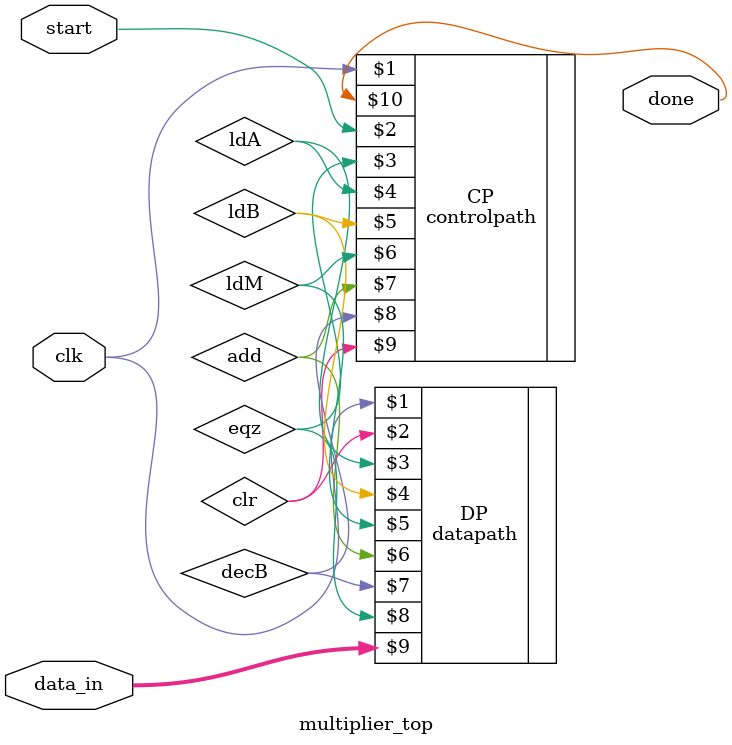
<source format=v>
module multiplier_top(
    input clk,
    input start,
    input [7:0] data_in,
    output done
);
    wire ldA, ldB, ldM, add, decB, clr, eqz;

    datapath DP(clk, clr, ldA, ldB, ldM, add, decB, eqz, data_in);
    controlpath CP(clk, start, eqz, ldA, ldB, ldM, add, decB, clr, done);

endmodule

</source>
